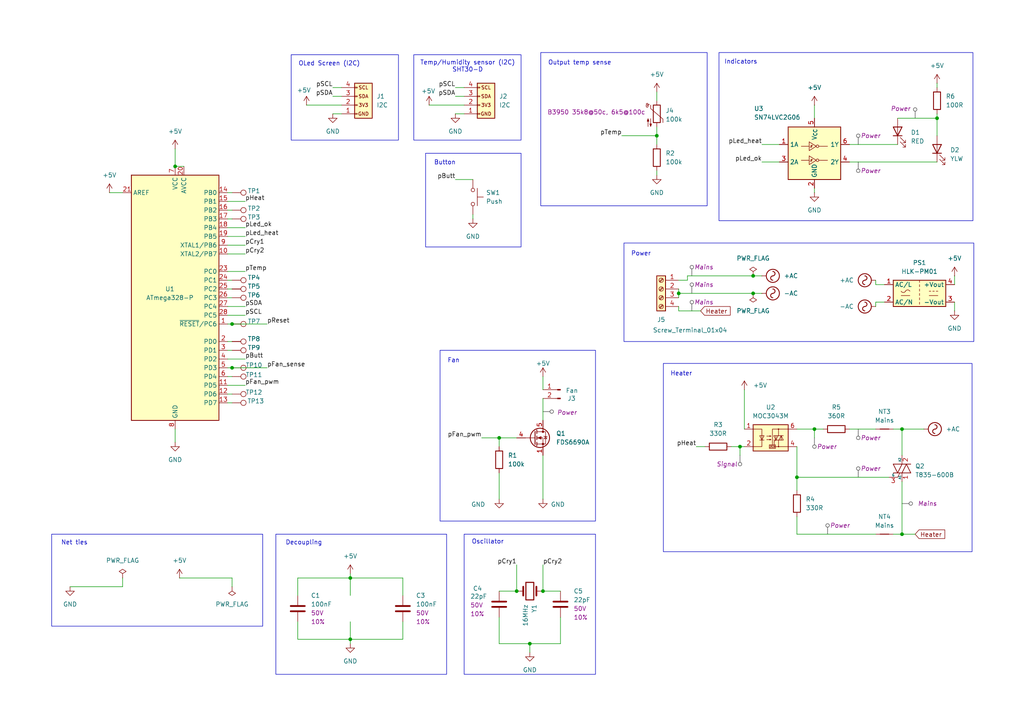
<source format=kicad_sch>
(kicad_sch (version 20231120) (generator "eeschema") (generator_version "8.0")
  (paper "A4")
  (lib_symbols
    (symbol "74xGxx:SN74LVC2G14DBV"
      (property "Reference" "U" (at 2.54 12.7 0))
      (property "Value" "SN74LVC2G14DBV" (at 2.54 10.16 0))
      (symbol "SN74LVC2G14DBV_1_1"
        (pin input line (at -10.16 2.54 0) (length 2.54) (name "1A") (number "1"))
        (pin power_in line (at 0 -10.16 90) (length 2.54) (name "GND") (number "2"))
        (pin input line (at -10.16 -2.54 0) (length 2.54) (name "2A") (number "3"))
        (pin output line (at 10.16 -2.54 180) (length 2.54) (name "2Y") (number "4"))
        (pin power_in line (at 0 10.16 270) (length 2.54) (name "V_{CC}") (number "5"))
        (pin output line (at 10.16 2.54 180) (length 2.54) (name "1Y") (number "6"))
      )
    )
    (symbol "Connector:Conn_01x02_Pin" (pin_names (offset 1.016) hide)
      (property "Reference" "J" (at 0 2.54 0))
      (property "Value" "Conn_01x02_Pin" (at 0 -5.08 0))
      (symbol "Conn_01x02_Pin_1_1"
        (pin passive line (at 5.08 0 180) (length 3.81) (name "Pin_1") (number "1"))
        (pin passive line (at 5.08 -2.54 180) (length 3.81) (name "Pin_2") (number "2"))
      )
    )
    (symbol "Connector:Screw_Terminal_01x04" (pin_names (offset 1.016) hide)
      (property "Reference" "J" (at 0 5.08 0))
      (property "Value" "Screw_Terminal_01x04" (at 0 -7.62 0))
      (symbol "Screw_Terminal_01x04_1_1"
        (pin passive line (at -5.08 2.54 0) (length 3.81) (name "Pin_1") (number "1"))
        (pin passive line (at -5.08 0 0) (length 3.81) (name "Pin_2") (number "2"))
        (pin passive line (at -5.08 -2.54 0) (length 3.81) (name "Pin_3") (number "3"))
        (pin passive line (at -5.08 -5.08 0) (length 3.81) (name "Pin_4") (number "4"))
      )
    )
    (symbol "Converter_ACDC:HLK-PM01"
      (property "Reference" "PS" (at 0 5.08 0))
      (property "Value" "HLK-PM01" (at 0 -5.08 0))
      (symbol "HLK-PM01_1_1"
        (pin power_in line (at -10.16 2.54 0) (length 2.54) (name "AC/L") (number "1"))
        (pin power_in line (at -10.16 -2.54 0) (length 2.54) (name "AC/N") (number "2"))
        (pin power_out line (at 10.16 -2.54 180) (length 2.54) (name "-Vout") (number "3"))
        (pin power_out line (at 10.16 2.54 180) (length 2.54) (name "+Vout") (number "4"))
      )
    )
    (symbol "Device:Crystal" (pin_numbers hide) (pin_names (offset 1.016) hide)
      (property "Reference" "Y" (at 0 3.81 0))
      (property "Value" "Crystal" (at 0 -3.81 0))
      (symbol "Crystal_1_1"
        (pin passive line (at -3.81 0 0) (length 1.27) (name "1") (number "1"))
        (pin passive line (at 3.81 0 180) (length 1.27) (name "2") (number "2"))
      )
    )
    (symbol "Device:NetTie_2" (pin_numbers hide) (pin_names (offset 0) hide) (in_bom no)
      (property "Reference" "NT" (at 0 1.27 0))
      (property "Value" "NetTie_2" (at 0 -1.27 0))
      (symbol "NetTie_2_1_1"
        (pin passive line (at -2.54 0 0) (length 2.54) (name "1") (number "1"))
        (pin passive line (at 2.54 0 180) (length 2.54) (name "2") (number "2"))
      )
    )
    (symbol "Device:R" (pin_numbers hide) (pin_names (offset 0))
      (property "Reference" "R" (at 2.032 0 90))
      (property "Value" "R" (at 0 0 90))
      (symbol "R_1_1"
        (pin passive line (at 0 3.81 270) (length 1.27) (name "~") (number "1"))
        (pin passive line (at 0 -3.81 90) (length 1.27) (name "~") (number "2"))
      )
    )
    (symbol "Device:Thermistor_NTC" (pin_numbers hide) (pin_names (offset 0))
      (property "Reference" "TH" (at -4.445 0 90))
      (property "Value" "Thermistor_NTC" (at 3.175 0 90))
      (symbol "Thermistor_NTC_1_1"
        (pin passive line (at 0 3.81 270) (length 1.27) (name "~") (number "1"))
        (pin passive line (at 0 -3.81 90) (length 1.27) (name "~") (number "2"))
      )
    )
    (symbol "Halojen-Symbols:FDS6690A" (pin_names hide)
      (property "Reference" "Q" (at 5.08 2.54 0))
      (property "Value" "FDS6690A" (at 5.08 0 0))
      (symbol "FDS6690A_1_1"
        (pin passive line (at 2.54 -5.08 90) (length 2.54) (name "S") (number "1"))
        (pin passive line (at 2.54 -5.08 90) (length 2.54) hide (name "S") (number "2"))
        (pin passive line (at 2.54 -5.08 90) (length 2.54) hide (name "S") (number "3"))
        (pin input line (at -5.08 0 0) (length 2.54) (name "G") (number "4"))
        (pin passive line (at 2.54 5.08 270) (length 2.54) (name "D") (number "5"))
        (pin passive line (at 2.54 5.08 270) (length 2.54) hide (name "D") (number "6"))
        (pin passive line (at 2.54 5.08 270) (length 2.54) hide (name "D") (number "7"))
        (pin passive line (at 2.54 5.08 270) (length 2.54) hide (name "D") (number "8"))
      )
    )
    (symbol "I2C_01x04_1" (pin_names (offset 1.016) hide)
      (property "Reference" "J" (at 0 5.08 0))
      (property "Value" "I2C" (at 0 -7.62 0))
      (symbol "I2C_01x04_1_1_1"
        (text "3V3" (at 1.27 -2.54 0) (effects (font (size 1 1))))
        (text "GND" (at 1.27 -5.08 0) (effects (font (size 1 1))))
        (text "SCL" (at 1.27 2.54 0) (effects (font (size 1 1))))
        (text "SDA" (at 1.27 0 0) (effects (font (size 1 1))))
        (pin passive line (at -5.08 -5.08 0) (length 3.81) (name "Pin_1") (number "1"))
        (pin passive line (at -5.08 -2.54 0) (length 3.81) (name "Pin_2") (number "2"))
        (pin passive line (at -5.08 0 0) (length 3.81) (name "Pin_3") (number "3"))
        (pin passive line (at -5.08 2.54 0) (length 3.81) (name "Pin_4") (number "4"))
      )
    )
    (symbol "MCU_Microchip_ATmega:ATmega328-P"
      (property "Reference" "U" (at -12.7 36.83 0))
      (property "Value" "ATmega328-P" (at 2.54 -36.83 0))
      (symbol "ATmega328-P_1_1"
        (pin bidirectional line (at 15.24 -7.62 180) (length 2.54) (name "~{RESET}/PC6") (number "1"))
        (pin bidirectional line (at 15.24 12.7 180) (length 2.54) (name "XTAL2/PB7") (number "10"))
        (pin bidirectional line (at 15.24 -25.4 180) (length 2.54) (name "PD5") (number "11"))
        (pin bidirectional line (at 15.24 -27.94 180) (length 2.54) (name "PD6") (number "12"))
        (pin bidirectional line (at 15.24 -30.48 180) (length 2.54) (name "PD7") (number "13"))
        (pin bidirectional line (at 15.24 30.48 180) (length 2.54) (name "PB0") (number "14"))
        (pin bidirectional line (at 15.24 27.94 180) (length 2.54) (name "PB1") (number "15"))
        (pin bidirectional line (at 15.24 25.4 180) (length 2.54) (name "PB2") (number "16"))
        (pin bidirectional line (at 15.24 22.86 180) (length 2.54) (name "PB3") (number "17"))
        (pin bidirectional line (at 15.24 20.32 180) (length 2.54) (name "PB4") (number "18"))
        (pin bidirectional line (at 15.24 17.78 180) (length 2.54) (name "PB5") (number "19"))
        (pin bidirectional line (at 15.24 -12.7 180) (length 2.54) (name "PD0") (number "2"))
        (pin power_in line (at 2.54 38.1 270) (length 2.54) (name "AVCC") (number "20"))
        (pin passive line (at -15.24 30.48 0) (length 2.54) (name "AREF") (number "21"))
        (pin passive line (at 0 -38.1 90) (length 2.54) hide (name "GND") (number "22"))
        (pin bidirectional line (at 15.24 7.62 180) (length 2.54) (name "PC0") (number "23"))
        (pin bidirectional line (at 15.24 5.08 180) (length 2.54) (name "PC1") (number "24"))
        (pin bidirectional line (at 15.24 2.54 180) (length 2.54) (name "PC2") (number "25"))
        (pin bidirectional line (at 15.24 0 180) (length 2.54) (name "PC3") (number "26"))
        (pin bidirectional line (at 15.24 -2.54 180) (length 2.54) (name "PC4") (number "27"))
        (pin bidirectional line (at 15.24 -5.08 180) (length 2.54) (name "PC5") (number "28"))
        (pin bidirectional line (at 15.24 -15.24 180) (length 2.54) (name "PD1") (number "3"))
        (pin bidirectional line (at 15.24 -17.78 180) (length 2.54) (name "PD2") (number "4"))
        (pin bidirectional line (at 15.24 -20.32 180) (length 2.54) (name "PD3") (number "5"))
        (pin bidirectional line (at 15.24 -22.86 180) (length 2.54) (name "PD4") (number "6"))
        (pin power_in line (at 0 38.1 270) (length 2.54) (name "VCC") (number "7"))
        (pin power_in line (at 0 -38.1 90) (length 2.54) (name "GND") (number "8"))
        (pin bidirectional line (at 15.24 15.24 180) (length 2.54) (name "XTAL1/PB6") (number "9"))
      )
    )
    (symbol "Relay_SolidState:MOC3043M"
      (property "Reference" "U" (at -5.08 5.08 0))
      (property "Value" "MOC3043M" (at 0 5.08 0))
      (symbol "MOC3043M_0_0"
        (text "ZCD" (at 0.508 -2.54 0) (effects (font (size 0.508 0.508))))
      )
      (symbol "MOC3043M_1_1"
        (pin passive line (at -7.62 2.54 0) (length 2.54) (name "~") (number "1"))
        (pin passive line (at -7.62 -2.54 0) (length 2.54) (name "~") (number "2"))
        (pin no_connect line (at -5.08 0 0) (length 2.54) hide (name "NC") (number "3"))
        (pin passive line (at 7.62 -2.54 180) (length 2.54) (name "~") (number "4"))
        (pin no_connect line (at 5.08 0 180) (length 2.54) hide (name "NC") (number "5"))
        (pin passive line (at 7.62 2.54 180) (length 2.54) (name "~") (number "6"))
      )
    )
    (symbol "SparkFun-Capacitor:22uF_1206_50V_10%" (pin_numbers hide) (pin_names (offset 0.254))
      (property "Reference" "C" (at 0.635 2.54 0))
      (property "Value" "22uF" (at 0.635 -2.54 0))
      (property "Voltage" "50V" (at 0 -6.35 0))
      (property "Tolerance" "10%" (at 0 -8.89 0))
      (symbol "22uF_1206_50V_10%_1_1"
        (pin passive line (at 0 3.81 270) (length 2.794) (name "~") (number "1"))
        (pin passive line (at 0 -3.81 90) (length 2.794) (name "~") (number "2"))
      )
    )
    (symbol "SparkFun-Connector:I2C_01x04" (pin_names (offset 1.016) hide)
      (property "Reference" "J" (at 0 5.08 0))
      (property "Value" "I2C" (at 0 -7.62 0))
      (symbol "I2C_01x04_1_1"
        (text "3V3" (at 1.27 -2.54 0) (effects (font (size 1 1))))
        (text "GND" (at 1.27 -5.08 0) (effects (font (size 1 1))))
        (text "SCL" (at 1.27 2.54 0) (effects (font (size 1 1))))
        (text "SDA" (at 1.27 0 0) (effects (font (size 1 1))))
        (pin passive line (at -5.08 -5.08 0) (length 3.81) (name "Pin_1") (number "1"))
        (pin passive line (at -5.08 -2.54 0) (length 3.81) (name "Pin_2") (number "2"))
        (pin passive line (at -5.08 0 0) (length 3.81) (name "Pin_3") (number "3"))
        (pin passive line (at -5.08 2.54 0) (length 3.81) (name "Pin_4") (number "4"))
      )
    )
    (symbol "SparkFun-Connector:TestPoint_PTH" (pin_numbers hide) (pin_names (offset 0.762) hide)
      (property "Reference" "TP" (at 0 5.08 0))
      (symbol "TestPoint_PTH_1_1"
        (pin passive line (at 0 0 90) (length 2.54) (name "1") (number "1"))
      )
    )
    (symbol "SparkFun-LED:LED" (pin_numbers hide) (pin_names (offset 1.016) hide)
      (property "Reference" "D" (at 0 2.54 0))
      (property "Value" "LED" (at 0 -2.54 0))
      (symbol "LED_1_1"
        (pin passive line (at -3.81 0 0) (length 2.54) (name "K") (number "1"))
        (pin passive line (at 3.81 0 180) (length 2.54) (name "A") (number "2"))
      )
    )
    (symbol "SparkFun-PowerSymbol:12V" (power) (pin_names (offset 0))
      (property "Value" "12V" (at 0 3.81 0))
      (symbol "12V_1_1"
        (pin power_in line (at 0 0 90) (length 0) hide (name "12V") (number "1"))
      )
    )
    (symbol "Switch:SW_Push" (pin_numbers hide) (pin_names (offset 1.016) hide)
      (property "Reference" "SW" (at 1.27 2.54 0))
      (property "Value" "SW_Push" (at 0 -1.524 0))
      (symbol "SW_Push_0_1"
        (pin passive line (at -5.08 0 0) (length 2.54) (name "1") (number "1"))
        (pin passive line (at 5.08 0 180) (length 2.54) (name "2") (number "2"))
      )
    )
    (symbol "TestPoint_PTH_1" (pin_numbers hide) (pin_names (offset 0.762) hide)
      (property "Reference" "TP" (at 0 5.08 0))
      (symbol "TestPoint_PTH_1_1_1"
        (pin passive line (at 0 0 90) (length 2.54) (name "1") (number "1"))
      )
    )
    (symbol "Triac_Thyristor:BTA16-600B" (pin_names (offset 0))
      (property "Reference" "Q" (at 5.08 1.905 0))
      (property "Value" "BTA16-600B" (at 5.08 0 0))
      (symbol "BTA16-600B_1_1"
        (pin passive line (at 0 -3.81 90) (length 2.54) (name "A1") (number "1"))
        (pin passive line (at 0 3.81 270) (length 2.54) (name "A2") (number "2"))
        (pin input line (at -3.81 -2.54 0) (length 2.54) (name "G") (number "3"))
      )
    )
    (symbol "power:+5V" (power) (pin_numbers hide) (pin_names (offset 0) hide)
      (property "Value" "+5V" (at 0 3.556 0))
      (symbol "+5V_1_1"
        (pin power_in line (at 0 0 90) (length 0) (name "~") (number "1"))
      )
    )
    (symbol "power:AC" (power) (pin_numbers hide) (pin_names (offset 0) hide)
      (property "Value" "AC" (at 0 6.35 0))
      (symbol "AC_1_1"
        (pin power_in line (at 0 0 90) (length 0) (name "~") (number "1"))
      )
    )
    (symbol "power:GND" (power) (pin_numbers hide) (pin_names (offset 0) hide)
      (property "Value" "GND" (at 0 -3.81 0))
      (symbol "GND_1_1"
        (pin power_in line (at 0 0 270) (length 0) (name "~") (number "1"))
      )
    )
    (symbol "power:PWR_FLAG" (power) (pin_numbers hide) (pin_names (offset 0) hide)
      (property "Value" "PWR_FLAG" (at 0 3.81 0))
      (symbol "PWR_FLAG_0_0"
        (pin power_out line (at 0 0 90) (length 0) (name "~") (number "1"))
      )
    )
    (symbol "power:VCC" (power) (pin_numbers hide) (pin_names (offset 0) hide)
      (property "Value" "VCC" (at 0 3.556 0))
      (symbol "VCC_1_1"
        (pin power_in line (at 0 0 90) (length 0) (name "~") (number "1"))
      )
    )
  )
  (junction (at 101.6 185.42))
  (junction (at 149.86 171.45))
  (junction (at 153.67 186.69))
  (junction (at 67.31 93.98))
  (junction (at 67.31 106.68))
  (junction (at 50.8 48.26))
  (junction (at 101.6 167.64))
  (junction (at 261.62 124.46))
  (junction (at 157.48 171.45))
  (junction (at 218.44 85.09))
  (junction (at 271.78 34.29))
  (junction (at 190.5 39.37))
  (junction (at 144.78 127))
  (junction (at 236.22 124.46))
  (junction (at 218.44 80.01))
  (junction (at 196.85 85.09))
  (junction (at 261.62 154.94))
  (junction (at 214.63 129.54))
  (junction (at 231.14 138.43))
  (wire (pts (xy 231.14 138.43) (xy 231.14 142.24)))
  (wire (pts (xy 236.22 55.88) (xy 236.22 54.61)))
  (wire (pts (xy 157.48 163.83) (xy 157.48 171.45)))
  (wire (pts (xy 144.78 171.45) (xy 149.86 171.45)))
  (wire (pts (xy 101.6 186.69) (xy 101.6 185.42)))
  (wire (pts (xy 124.46 30.48) (xy 134.62 30.48)))
  (wire (pts (xy 66.04 111.76) (xy 71.12 111.76)))
  (wire (pts (xy 236.22 34.29) (xy 236.22 30.48)))
  (wire (pts (xy 101.6 167.64) (xy 86.36 167.64)))
  (wire (pts (xy 66.04 60.96) (xy 67.31 60.96)))
  (wire (pts (xy 35.56 167.64) (xy 35.56 170.18)))
  (wire (pts (xy 246.38 41.91) (xy 260.35 41.91)))
  (wire (pts (xy 149.86 163.83) (xy 149.86 171.45)))
  (wire (pts (xy 220.98 46.99) (xy 226.06 46.99)))
  (wire (pts (xy 66.04 101.6) (xy 67.31 101.6)))
  (wire (pts (xy 67.31 106.68) (xy 77.47 106.68)))
  (wire (pts (xy 180.34 39.37) (xy 190.5 39.37)))
  (wire (pts (xy 271.78 24.13) (xy 271.78 25.4)))
  (wire (pts (xy 132.08 25.4) (xy 134.62 25.4)))
  (wire (pts (xy 66.04 91.44) (xy 71.12 91.44)))
  (wire (pts (xy 246.38 46.99) (xy 271.78 46.99)))
  (wire (pts (xy 153.67 189.23) (xy 153.67 186.69)))
  (wire (pts (xy 132.08 52.07) (xy 137.16 52.07)))
  (wire (pts (xy 144.78 129.54) (xy 144.78 127)))
  (wire (pts (xy 218.44 85.09) (xy 220.98 85.09)))
  (wire (pts (xy 50.8 124.46) (xy 50.8 128.27)))
  (wire (pts (xy 254 81.28) (xy 254 82.55)))
  (wire (pts (xy 196.85 90.17) (xy 203.2 90.17)))
  (wire (pts (xy 66.04 106.68) (xy 67.31 106.68)))
  (wire (pts (xy 212.09 129.54) (xy 214.63 129.54)))
  (wire (pts (xy 231.14 138.43) (xy 257.81 138.43)))
  (wire (pts (xy 231.14 129.54) (xy 231.14 138.43)))
  (wire (pts (xy 66.04 93.98) (xy 67.31 93.98)))
  (wire (pts (xy 276.86 80.01) (xy 276.86 82.55)))
  (wire (pts (xy 96.52 27.94) (xy 99.06 27.94)))
  (wire (pts (xy 196.85 85.09) (xy 196.85 86.36)))
  (wire (pts (xy 259.08 154.94) (xy 261.62 154.94)))
  (wire (pts (xy 144.78 186.69) (xy 153.67 186.69)))
  (wire (pts (xy 259.08 124.46) (xy 261.62 124.46)))
  (wire (pts (xy 199.39 80.01) (xy 199.39 81.28)))
  (wire (pts (xy 101.6 167.64) (xy 116.84 167.64)))
  (wire (pts (xy 190.5 49.53) (xy 190.5 50.8)))
  (wire (pts (xy 67.31 167.64) (xy 67.31 170.18)))
  (wire (pts (xy 101.6 185.42) (xy 116.84 185.42)))
  (wire (pts (xy 196.85 83.82) (xy 196.85 85.09)))
  (wire (pts (xy 132.08 27.94) (xy 134.62 27.94)))
  (wire (pts (xy 196.85 85.09) (xy 218.44 85.09)))
  (wire (pts (xy 261.62 124.46) (xy 267.97 124.46)))
  (wire (pts (xy 190.5 39.37) (xy 190.5 41.91)))
  (wire (pts (xy 214.63 132.08) (xy 214.63 129.54)))
  (wire (pts (xy 254 88.9) (xy 254 87.63)))
  (wire (pts (xy 144.78 127) (xy 149.86 127)))
  (wire (pts (xy 199.39 81.28) (xy 196.85 81.28)))
  (wire (pts (xy 162.56 186.69) (xy 153.67 186.69)))
  (wire (pts (xy 66.04 116.84) (xy 67.31 116.84)))
  (wire (pts (xy 199.39 80.01) (xy 218.44 80.01)))
  (wire (pts (xy 66.04 83.82) (xy 67.31 83.82)))
  (wire (pts (xy 66.04 78.74) (xy 71.12 78.74)))
  (wire (pts (xy 50.8 48.26) (xy 53.34 48.26)))
  (wire (pts (xy 67.31 93.98) (xy 77.47 93.98)))
  (wire (pts (xy 88.9 30.48) (xy 99.06 30.48)))
  (wire (pts (xy 157.48 171.45) (xy 162.56 171.45)))
  (wire (pts (xy 236.22 124.46) (xy 238.76 124.46)))
  (wire (pts (xy 66.04 88.9) (xy 71.12 88.9)))
  (wire (pts (xy 86.36 180.34) (xy 86.36 185.42)))
  (wire (pts (xy 231.14 124.46) (xy 236.22 124.46)))
  (wire (pts (xy 157.48 132.08) (xy 157.48 144.78)))
  (wire (pts (xy 66.04 99.06) (xy 67.31 99.06)))
  (wire (pts (xy 254 87.63) (xy 256.54 87.63)))
  (wire (pts (xy 276.86 87.63) (xy 276.86 90.17)))
  (wire (pts (xy 137.16 62.23) (xy 137.16 63.5)))
  (wire (pts (xy 86.36 167.64) (xy 86.36 172.72)))
  (wire (pts (xy 196.85 90.17) (xy 196.85 88.9)))
  (wire (pts (xy 66.04 114.3) (xy 67.31 114.3)))
  (wire (pts (xy 260.35 34.29) (xy 271.78 34.29)))
  (wire (pts (xy 157.48 115.57) (xy 157.48 121.92)))
  (wire (pts (xy 66.04 109.22) (xy 67.31 109.22)))
  (wire (pts (xy 271.78 33.02) (xy 271.78 34.29)))
  (wire (pts (xy 132.08 33.02) (xy 134.62 33.02)))
  (wire (pts (xy 231.14 154.94) (xy 231.14 149.86)))
  (wire (pts (xy 96.52 33.02) (xy 99.06 33.02)))
  (wire (pts (xy 261.62 139.7) (xy 261.62 154.94)))
  (wire (pts (xy 190.5 36.83) (xy 190.5 39.37)))
  (wire (pts (xy 66.04 81.28) (xy 67.31 81.28)))
  (wire (pts (xy 66.04 66.04) (xy 71.12 66.04)))
  (wire (pts (xy 66.04 63.5) (xy 67.31 63.5)))
  (wire (pts (xy 144.78 137.16) (xy 144.78 144.78)))
  (wire (pts (xy 66.04 68.58) (xy 71.12 68.58)))
  (wire (pts (xy 144.78 179.07) (xy 144.78 186.69)))
  (wire (pts (xy 66.04 71.12) (xy 71.12 71.12)))
  (wire (pts (xy 50.8 43.18) (xy 50.8 48.26)))
  (wire (pts (xy 220.98 41.91) (xy 226.06 41.91)))
  (wire (pts (xy 201.93 129.54) (xy 204.47 129.54)))
  (wire (pts (xy 261.62 132.08) (xy 261.62 124.46)))
  (wire (pts (xy 215.9 113.03) (xy 215.9 124.46)))
  (wire (pts (xy 66.04 55.88) (xy 67.31 55.88)))
  (wire (pts (xy 52.07 167.64) (xy 67.31 167.64)))
  (wire (pts (xy 190.5 26.67) (xy 190.5 29.21)))
  (wire (pts (xy 271.78 34.29) (xy 271.78 39.37)))
  (wire (pts (xy 254 82.55) (xy 256.54 82.55)))
  (wire (pts (xy 20.32 170.18) (xy 35.56 170.18)))
  (wire (pts (xy 31.75 55.88) (xy 35.56 55.88)))
  (wire (pts (xy 162.56 179.07) (xy 162.56 186.69)))
  (wire (pts (xy 157.48 109.22) (xy 157.48 113.03)))
  (wire (pts (xy 218.44 80.01) (xy 220.98 80.01)))
  (wire (pts (xy 96.52 25.4) (xy 99.06 25.4)))
  (wire (pts (xy 101.6 167.64) (xy 101.6 172.72)))
  (wire (pts (xy 116.84 180.34) (xy 116.84 185.42)))
  (wire (pts (xy 66.04 73.66) (xy 71.12 73.66)))
  (wire (pts (xy 101.6 166.37) (xy 101.6 167.64)))
  (wire (pts (xy 246.38 124.46) (xy 254 124.46)))
  (wire (pts (xy 261.62 154.94) (xy 265.43 154.94)))
  (wire (pts (xy 236.22 127) (xy 236.22 124.46)))
  (wire (pts (xy 139.7 127) (xy 144.78 127)))
  (wire (pts (xy 231.14 154.94) (xy 254 154.94)))
  (wire (pts (xy 66.04 86.36) (xy 67.31 86.36)))
  (wire (pts (xy 66.04 104.14) (xy 71.12 104.14)))
  (wire (pts (xy 116.84 167.64) (xy 116.84 172.72)))
  (wire (pts (xy 66.04 58.42) (xy 71.12 58.42)))
  (wire (pts (xy 101.6 180.34) (xy 101.6 185.42)))
  (wire (pts (xy 86.36 185.42) (xy 101.6 185.42)))
  (wire (pts (xy 214.63 129.54) (xy 215.9 129.54)))
  (rectangle (start 84.455 15.875) (end 115.57 40.64))
  (rectangle (start 123.444 44.45) (end 151.13 71.628))
  (rectangle (start 192.405 105.41) (end 281.94 160.02))
  (rectangle (start 156.845 15.24) (end 205.105 59.69))
  (rectangle (start 120.015 15.875) (end 151.13 40.64))
  (rectangle (start 208.534 15.24) (end 282.194 64.008))
  (rectangle (start 180.975 70.485) (end 282.448 99.06))
  (rectangle (start 80.01 154.94) (end 129.54 195.58))
  (rectangle (start 14.986 154.94) (end 76.2 181.61))
  (rectangle (start 127.635 101.6) (end 172.72 151.13))
  (rectangle (start 134.62 154.94) (end 172.72 195.58))
  (text "Button" (at 129.032 47.244 0) (effects (font (size 1.27 1.27))))
  (text "Power" (at 185.928 73.66 0) (effects (font (size 1.27 1.27))))
  (text "Fan" (at 131.572 104.648 0) (effects (font (size 1.27 1.27))))
  (text "Net ties" (at 21.59 157.48 0) (effects (font (size 1.27 1.27))))
  (text "OLed Screen (I2C)" (at 95.504 18.542 0) (effects (font (size 1.27 1.27))))
  (text "Decoupling" (at 88.138 157.48 0) (effects (font (size 1.27 1.27))))
  (text "Heater\n" (at 197.612 108.458 0) (effects (font (size 1.27 1.27))))
  (text "Indicators" (at 214.884 18.034 0) (effects (font (size 1.27 1.27))))
  (text "Oscillator" (at 141.478 157.226 0) (effects (font (size 1.27 1.27))))
  (text "Temp/Humidity sensor (I2C)\nSHT30-D" (at 135.636 19.304 0) (effects (font (size 1.27 1.27))))
  (text "Output temp sense" (at 168.148 18.288 0) (effects (font (size 1.27 1.27))))
  (label "pSDA" (at 96.52 27.94 180))
  (label "pLed_ok" (at 71.12 66.04 0))
  (label "pCry2" (at 157.48 163.83 0))
  (label "pCry2" (at 71.12 73.66 0))
  (label "pFan_sense" (at 77.47 106.68 0))
  (label "pCry1" (at 71.12 71.12 0))
  (label "pTemp" (at 71.12 78.74 0))
  (label "pButt" (at 71.12 104.14 0))
  (label "pSCL" (at 132.08 25.4 180))
  (label "pTemp" (at 180.34 39.37 180))
  (label "pHeat" (at 71.12 58.42 0))
  (label "pSDA" (at 132.08 27.94 180))
  (label "pSCL" (at 71.12 91.44 0))
  (label "pSDA" (at 71.12 88.9 0))
  (label "pLed_heat" (at 71.12 68.58 0))
  (label "pReset" (at 77.47 93.98 0))
  (label "pFan_pwm" (at 71.12 111.76 0))
  (label "pCry1" (at 149.86 163.83 180))
  (label "pButt" (at 132.08 52.07 180))
  (label "pLed_ok" (at 220.98 46.99 180))
  (label "pFan_pwm" (at 139.7 127 180))
  (label "pHeat" (at 201.93 129.54 180))
  (label "pSCL" (at 96.52 25.4 180))
  (label "pLed_heat" (at 220.98 41.91 180))
  (global_label "Heater" (shape input) (at 203.2 90.17 0) (property "Intersheetrefs" "${INTERSHEET_REFS}" (effects (hide yes))))
  (global_label "Heater" (shape input) (at 265.43 154.94 0) (property "Intersheetrefs" "${INTERSHEET_REFS}" (effects (hide yes))))
  (netclass_flag "" (length 2.54) (shape round) (at 265.43 34.29 0) (property "Netclass" "Power" (at 258.318 31.496 0) (effects (font (italic yes)) (justify left))))
  (netclass_flag "" (length 2.54) (shape round) (at 236.22 127 180) (property "Netclass" "Power" (at 236.9185 129.54 0) (effects (font (italic yes)) (justify left))))
  (netclass_flag "" (length 2.54) (shape round) (at 248.92 41.91 0) (property "Netclass" "Power" (at 249.6185 39.37 0) (effects (font (italic yes)) (justify left))))
  (netclass_flag "" (length 2.54) (shape round) (at 248.92 46.99 180) (property "Netclass" "Power" (at 249.6185 49.53 0) (effects (font (italic yes)) (justify left))))
  (netclass_flag "" (length 2.54) (shape round) (at 200.66 85.09 0) (property "Netclass" "Mains" (at 201.3585 82.55 0) (effects (font (italic yes)) (justify left))))
  (netclass_flag "" (length 2.54) (shape round) (at 240.03 154.94 0) (property "Netclass" "Power" (at 240.7285 152.4 0) (effects (font (italic yes)) (justify left))))
  (netclass_flag "" (length 2.54) (shape round) (at 200.66 90.17 0) (property "Netclass" "Mains" (at 201.3585 87.63 0) (effects (font (italic yes)) (justify left))))
  (netclass_flag "" (length 2.54) (shape round) (at 248.92 124.46 180) (property "Netclass" "Power" (at 249.6185 127 0) (effects (font (italic yes)) (justify left))))
  (netclass_flag "" (length 2.54) (shape round) (at 200.66 80.01 0) (property "Netclass" "Mains" (at 201.3585 77.47 0) (effects (font (italic yes)) (justify left))))
  (netclass_flag "" (length 2.54) (shape round) (at 214.63 132.08 180) (property "Netclass" "Signal" (at 213.9315 134.62 0) (effects (font (italic yes)) (justify right))))
  (netclass_flag "" (length 2.54) (shape round) (at 157.48 119.38 270) (property "Netclass" "Power" (at 167.386 119.634 0) (effects (font (italic yes)) (justify right))))
  (netclass_flag "" (length 2.54) (shape round) (at 248.92 138.43 0) (property "Netclass" "Power" (at 249.6185 135.89 0) (effects (font (italic yes)) (justify left))))
  (netclass_flag "" (length 2.54) (shape round) (at 261.62 146.05 270) (property "Netclass" "Mains" (at 266.192 146.05 0) (effects (font (italic yes)) (justify left))))
  (symbol (lib_id "power:+5V") (at 236.22 30.48 0) (unit 1)
    (property "Reference" "#PWR024" (effects (hide yes)))
    (property "Value" "+5V" (at 236.22 25.4 0))
    (property "Description" "Power symbol creates a global label with name \"+5V\"" (effects (hide yes)))
  )
  (symbol (lib_id "power:GND") (at 96.52 33.02 0) (unit 1)
    (property "Reference" "#PWR09" (effects (hide yes)))
    (property "Value" "GND" (at 96.52 38.1 0))
    (property "Description" "Power symbol creates a global label with name \"GND\" , ground" (effects (hide yes)))
  )
  (symbol (lib_id "power:PWR_FLAG") (at 218.44 85.09 180) (unit 1)
    (property "Reference" "#FLG04" (effects (hide yes)))
    (property "Value" "PWR_FLAG" (at 218.44 90.17 0))
    (property "Description" "Special symbol for telling ERC where power comes from" (effects (hide yes)))
  )
  (symbol (lib_id "SparkFun-Connector:TestPoint_PTH") (at 67.31 99.06 270) (unit 1) (in_bom no)
    (property "Reference" "TP8" (at 73.66 98.298 90))
    (property "Value" "PD0" (effects (hide yes)))
    (property "Footprint" "SparkFun-Connector:TestPoint-1.25mm" (effects (hide yes)))
    (property "Description" "Test Point" (effects (hide yes)))
  )
  (symbol (lib_id "Switch:SW_Push") (at 137.16 57.15 270) (mirror x) (unit 1)
    (property "Reference" "SW1" (at 140.97 55.8799 90) (effects (justify left)))
    (property "Value" "Push" (at 140.97 58.4199 90) (effects (justify left)))
    (property "Footprint" "Button_Switch_SMD:SW_SPST_PTS645" (effects (hide yes)))
    (property "Description" "Push button switch, generic, two pins" (effects (hide yes)))
  )
  (symbol (lib_id "power:AC") (at 254 88.9 90) (unit 1)
    (property "Reference" "#PWR027" (effects (hide yes)))
    (property "Value" "-AC" (at 247.65 88.8999 90) (effects (justify left)))
    (property "Description" "Power symbol creates a global label with name \"AC\"" (effects (hide yes)))
  )
  (symbol (lib_id "power:VCC") (at 276.86 80.01 0) (unit 1)
    (property "Reference" "#PWR030" (effects (hide yes)))
    (property "Value" "+5V" (at 276.86 74.93 0))
    (property "Description" "Power symbol creates a global label with name \"VCC\"" (effects (hide yes)))
  )
  (symbol (lib_id "SparkFun-Connector:TestPoint_PTH") (at 67.31 55.88 270) (unit 1) (in_bom no)
    (property "Reference" "TP1" (at 73.66 55.372 90))
    (property "Value" "PB0" (effects (hide yes)))
    (property "Footprint" "SparkFun-Connector:TestPoint-1.25mm" (effects (hide yes)))
    (property "Description" "Test Point" (effects (hide yes)))
  )
  (symbol (lib_id "Device:Crystal") (at 153.67 171.45 0) (unit 1)
    (property "Reference" "Y1" (at 154.9401 175.26 90) (effects (justify right)))
    (property "Value" "16MHz" (at 152.4001 175.26 90) (effects (justify right)))
    (property "Footprint" "Crystal:Crystal_HC49-U_Vertical" (effects (hide yes)))
    (property "Description" "Two pin crystal" (effects (hide yes)))
  )
  (symbol (lib_id "Converter_ACDC:HLK-PM01") (at 266.7 85.09 0) (unit 1)
    (property "Reference" "PS1" (at 266.7 76.2 0))
    (property "Value" "HLK-PM01" (at 266.7 78.74 0))
    (property "Footprint" "Converter_ACDC:Converter_ACDC_Hi-Link_HLK-PMxx" (effects (hide yes)))
    (property "Datasheet" "https://h.hlktech.com/download/ACDC%E7%94%B5%E6%BA%90%E6%A8%A1%E5%9D%973W%E7%B3%BB%E5%88%97/1/%E6%B5%B7%E5%87%8C%E7%A7%913W%E7%B3%BB%E5%88%97%E7%94%B5%E6%BA%90%E6%A8%A1%E5%9D%97%E8%A7%84%E6%A0%BC%E4%B9%A6V2.8.pdf" (effects (hide yes)))
    (property "Description" "Compact AC/DC board mount power module 3W 5V" (effects (hide yes)))
  )
  (symbol (lib_id "power:+5V") (at 31.75 55.88 0) (unit 1)
    (property "Reference" "#PWR02" (effects (hide yes)))
    (property "Value" "+5V" (at 31.75 50.8 0))
    (property "Description" "Power symbol creates a global label with name \"+5V\"" (effects (hide yes)))
  )
  (symbol (lib_id "power:PWR_FLAG") (at 218.44 80.01 0) (unit 1)
    (property "Reference" "#FLG03" (effects (hide yes)))
    (property "Value" "PWR_FLAG" (at 218.44 74.93 0))
    (property "Description" "Special symbol for telling ERC where power comes from" (effects (hide yes)))
  )
  (symbol (lib_id "Device:R") (at 208.28 129.54 90) (unit 1)
    (property "Reference" "R3" (at 208.28 123.19 90))
    (property "Value" "330R" (at 208.28 125.73 90))
    (property "Footprint" "Resistor_SMD:R_1206_3216Metric" (effects (hide yes)))
    (property "Description" "Resistor" (effects (hide yes)))
  )
  (symbol (lib_id "Connector:Screw_Terminal_01x04") (at 191.77 83.82 0) (mirror y) (unit 1)
    (property "Reference" "J5" (at 191.77 92.71 0))
    (property "Value" "Screw_Terminal_01x04" (at 200.152 95.758 0))
    (property "Footprint" "SparkFun-Connector:Screw_Terminal_3.5mm-4" (effects (hide yes)))
    (property "Description" "Generic screw terminal, single row, 01x04, script generated (kicad-library-utils/schlib/autogen/connector/)" (effects (hide yes)))
  )
  (symbol (lib_id "SparkFun-Capacitor:22uF_1206_50V_10%") (at 144.78 175.26 0) (unit 1)
    (property "Reference" "C4" (at 137.16 170.688 0) (effects (justify left)))
    (property "Value" "22pF" (at 136.398 172.974 0) (effects (justify left)))
    (property "Footprint" "Capacitor_SMD:C_1206_3216Metric" (effects (hide yes)))
    (property "Datasheet" "https://mm.digikey.com/Volume0/opasdata/d220001/medias/docus/658/CL31A106KBHNNNE_Spec.pdf" (effects (hide yes)))
    (property "Description" "Unpolarized capacitor" (effects (hide yes)))
    (property "PROD_ID" "CAP-15263" (effects (hide yes)))
    (property "Voltage" "50V" (at 136.398 175.514 0) (effects (justify left)))
    (property "Tolerance" "10%" (at 136.398 178.054 0) (effects (justify left)))
  )
  (symbol (lib_id "Relay_SolidState:MOC3043M") (at 223.52 127 0) (unit 1)
    (property "Reference" "U2" (at 223.52 118.11 0))
    (property "Value" "MOC3043M" (at 223.52 120.65 0))
    (property "Footprint" "Package_DIP:SMDIP-6_W9.53mm" (effects (hide yes)))
    (property "Datasheet" "https://www.onsemi.com/pub/Collateral/MOC3043M-D.pdf" (effects (hide yes)))
    (property "Description" "Zero Cross Opto-Triac, Vdrm 400V, Ift 5mA, DIP6" (effects (hide yes)))
  )
  (symbol (lib_id "SparkFun-Capacitor:22uF_1206_50V_10%") (at 86.36 176.53 0) (unit 1)
    (property "Reference" "C1" (at 90.17 172.7199 0) (effects (justify left)))
    (property "Value" "100nF" (at 90.17 175.2599 0) (effects (justify left)))
    (property "Footprint" "Capacitor_SMD:C_1206_3216Metric" (effects (hide yes)))
    (property "Datasheet" "https://mm.digikey.com/Volume0/opasdata/d220001/medias/docus/658/CL31A106KBHNNNE_Spec.pdf" (effects (hide yes)))
    (property "Description" "Unpolarized capacitor" (effects (hide yes)))
    (property "PROD_ID" "CAP-15263" (effects (hide yes)))
    (property "Voltage" "50V" (at 90.17 177.7999 0) (effects (justify left)))
    (property "Tolerance" "10%" (at 90.17 180.3399 0) (effects (justify left)))
  )
  (symbol (lib_id "Device:R") (at 242.57 124.46 90) (unit 1)
    (property "Reference" "R5" (at 242.57 118.11 90))
    (property "Value" "360R" (at 242.57 120.65 90))
    (property "Footprint" "Resistor_SMD:R_1206_3216Metric" (effects (hide yes)))
    (property "Description" "Resistor" (effects (hide yes)))
  )
  (symbol (lib_id "power:PWR_FLAG") (at 67.31 170.18 180) (unit 1)
    (property "Reference" "#FLG02" (effects (hide yes)))
    (property "Value" "PWR_FLAG" (at 67.31 175.26 0))
    (property "Description" "Special symbol for telling ERC where power comes from" (effects (hide yes)))
  )
  (symbol (lib_id "SparkFun-Capacitor:22uF_1206_50V_10%") (at 162.56 175.26 180) (unit 1)
    (property "Reference" "C5" (at 166.37 171.4499 0) (effects (justify right)))
    (property "Value" "22pF" (at 166.37 173.9899 0) (effects (justify right)))
    (property "Footprint" "Capacitor_SMD:C_1206_3216Metric" (effects (hide yes)))
    (property "Datasheet" "https://mm.digikey.com/Volume0/opasdata/d220001/medias/docus/658/CL31A106KBHNNNE_Spec.pdf" (effects (hide yes)))
    (property "Description" "Unpolarized capacitor" (effects (hide yes)))
    (property "PROD_ID" "CAP-15263" (effects (hide yes)))
    (property "Voltage" "50V" (at 166.37 176.5299 0) (effects (justify right)))
    (property "Tolerance" "10%" (at 166.37 179.0699 0) (effects (justify right)))
  )
  (symbol (lib_id "power:+5V") (at 271.78 24.13 0) (unit 1)
    (property "Reference" "#PWR029" (effects (hide yes)))
    (property "Value" "+5V" (at 271.78 19.05 0))
    (property "Description" "Power symbol creates a global label with name \"+5V\"" (effects (hide yes)))
  )
  (symbol (lib_name "I2C_01x04_1") (lib_id "SparkFun-Connector:I2C_01x04") (at 139.7 27.94 0) (unit 1)
    (property "Reference" "J2" (at 144.78 27.9399 0) (effects (justify left)))
    (property "Value" "I2C" (at 144.78 30.4799 0) (effects (justify left)))
    (property "Footprint" "Connector_JST:JST_XH_B4B-XH-A_1x04_P2.50mm_Vertical" (effects (hide yes)))
    (property "Description" "Coomon 4 pin PTH connector for I2C" (effects (hide yes)))
  )
  (symbol (lib_id "SparkFun-Connector:TestPoint_PTH") (at 67.31 109.22 270) (unit 1) (in_bom no)
    (property "Reference" "TP11" (at 73.66 108.712 90))
    (property "Value" "PD4" (effects (hide yes)))
    (property "Footprint" "SparkFun-Connector:TestPoint-1.25mm" (effects (hide yes)))
    (property "Description" "Test Point" (effects (hide yes)))
  )
  (symbol (lib_id "power:PWR_FLAG") (at 35.56 167.64 0) (unit 1)
    (property "Reference" "#FLG01" (effects (hide yes)))
    (property "Value" "PWR_FLAG" (at 35.56 162.56 0))
    (property "Description" "Special symbol for telling ERC where power comes from" (effects (hide yes)))
  )
  (symbol (lib_id "power:+5V") (at 190.5 26.67 0) (unit 1)
    (property "Reference" "#PWR019" (effects (hide yes)))
    (property "Value" "+5V" (at 190.5 21.59 0))
    (property "Description" "Power symbol creates a global label with name \"+5V\"" (effects (hide yes)))
  )
  (symbol (lib_id "power:GND") (at 20.32 170.18 0) (unit 1)
    (property "Reference" "#PWR01" (effects (hide yes)))
    (property "Value" "GND" (at 20.32 175.26 0))
    (property "Description" "Power symbol creates a global label with name \"GND\" , ground" (effects (hide yes)))
  )
  (symbol (lib_id "power:GND") (at 153.67 189.23 0) (unit 1)
    (property "Reference" "#PWR016" (effects (hide yes)))
    (property "Value" "GND" (at 153.67 194.31 0))
    (property "Description" "Power symbol creates a global label with name \"GND\" , ground" (effects (hide yes)))
  )
  (symbol (lib_id "SparkFun-Connector:TestPoint_PTH") (at 67.31 83.82 270) (unit 1) (in_bom no)
    (property "Reference" "TP5" (at 73.66 83.058 90))
    (property "Value" "PC2" (effects (hide yes)))
    (property "Footprint" "SparkFun-Connector:TestPoint-1.25mm" (effects (hide yes)))
    (property "Description" "Test Point" (effects (hide yes)))
  )
  (symbol (lib_id "power:GND") (at 50.8 128.27 0) (unit 1)
    (property "Reference" "#PWR05" (effects (hide yes)))
    (property "Value" "GND" (at 50.8 133.35 0))
    (property "Description" "Power symbol creates a global label with name \"GND\" , ground" (effects (hide yes)))
  )
  (symbol (lib_id "SparkFun-PowerSymbol:12V") (at 157.48 109.22 0) (mirror y) (unit 1)
    (property "Reference" "#PWR017" (effects (hide yes)))
    (property "Value" "+5V" (at 157.48 105.41 0))
    (property "Description" "Power symbol creates a global label with name \"12V\"" (effects (hide yes)))
  )
  (symbol (lib_id "power:GND") (at 132.08 33.02 0) (unit 1)
    (property "Reference" "#PWR013" (effects (hide yes)))
    (property "Value" "GND" (at 132.08 38.1 0))
    (property "Description" "Power symbol creates a global label with name \"GND\" , ground" (effects (hide yes)))
  )
  (symbol (lib_id "MCU_Microchip_ATmega:ATmega328-P") (at 50.8 86.36 0) (unit 1)
    (property "Reference" "U1" (at 49.276 83.82 0))
    (property "Value" "ATmega328-P" (at 49.276 86.36 0))
    (property "Footprint" "Package_DIP:DIP-28_W7.62mm_Socket_LongPads" (effects (hide yes)))
    (property "Datasheet" "http://ww1.microchip.com/downloads/en/DeviceDoc/ATmega328_P%20AVR%20MCU%20with%20picoPower%20Technology%20Data%20Sheet%2040001984A.pdf" (effects (hide yes)))
    (property "Description" "20MHz, 32kB Flash, 2kB SRAM, 1kB EEPROM, DIP-28" (effects (hide yes)))
  )
  (symbol (lib_id "Device:NetTie_2") (at 256.54 124.46 0) (unit 1) (in_bom no)
    (property "Reference" "NT3" (at 256.54 119.38 0))
    (property "Value" "Mains" (at 256.54 121.92 0))
    (property "Footprint" "Halojen-Footprints:NetTie-2_SMD_Pad0.2x2.5mm" (effects (hide yes)))
    (property "Description" "Net tie, 2 pins" (effects (hide yes)))
  )
  (symbol (lib_id "Halojen-Symbols:FDS6690A") (at 154.94 127 0) (unit 1)
    (property "Reference" "Q1" (at 161.29 125.7299 0) (effects (justify left)))
    (property "Value" "FDS6690A" (at 161.29 128.2699 0) (effects (justify left)))
    (property "Footprint" "Package_SO:SOIC-8_3.9x4.9mm_P1.27mm" (effects (hide yes)))
    (property "Description" "11A, 30V, N-Channel Logic Level MOSFET, SO-8" (effects (hide yes)))
  )
  (symbol (lib_id "power:GND") (at 144.78 144.78 0) (unit 1)
    (property "Reference" "#PWR015" (effects (hide yes)))
    (property "Value" "GND" (at 136.652 146.304 0) (effects (justify left)))
    (property "Description" "Power symbol creates a global label with name \"GND\" , ground" (effects (hide yes)))
  )
  (symbol (lib_id "Device:Thermistor_NTC") (at 190.5 33.02 0) (unit 1)
    (property "Reference" "J4" (at 193.04 32.0674 0) (effects (justify left)))
    (property "Value" "100k" (at 193.04 34.6074 0) (effects (justify left)))
    (property "Footprint" "Connector_JST:JST_XH_B2B-XH-A_1x02_P2.50mm_Vertical" (effects (hide yes)))
    (property "Description" "Temperature dependent resistor, negative temperature coefficient" (effects (hide yes)))
    (property "Notes" "B3950 35k8@50c, 6k5@100c" (at 172.974 32.512 0))
  )
  (symbol (lib_id "Device:R") (at 190.5 45.72 0) (unit 1)
    (property "Reference" "R2" (at 193.04 44.4499 0) (effects (justify left)))
    (property "Value" "100k" (at 193.04 46.9899 0) (effects (justify left)))
    (property "Footprint" "Resistor_SMD:R_1206_3216Metric" (effects (hide yes)))
    (property "Description" "Resistor" (effects (hide yes)))
  )
  (symbol (lib_id "SparkFun-Connector:TestPoint_PTH") (at 67.31 116.84 270) (unit 1) (in_bom no)
    (property "Reference" "TP13" (at 74.168 116.332 90))
    (property "Value" "PD7" (effects (hide yes)))
    (property "Footprint" "SparkFun-Connector:TestPoint-1.25mm" (effects (hide yes)))
    (property "Description" "Test Point" (effects (hide yes)))
  )
  (symbol (lib_name "TestPoint_PTH_1") (lib_id "SparkFun-Connector:TestPoint_PTH") (at 67.31 81.28 270) (unit 1) (in_bom no)
    (property "Reference" "TP4" (at 73.66 80.518 90))
    (property "Value" "PC1" (effects (hide yes)))
    (property "Footprint" "SparkFun-Connector:TestPoint-1.25mm" (effects (hide yes)))
    (property "Description" "Test Point" (effects (hide yes)))
  )
  (symbol (lib_id "power:GND") (at 157.48 144.78 0) (mirror y) (unit 1)
    (property "Reference" "#PWR018" (effects (hide yes)))
    (property "Value" "GND" (at 161.798 146.304 0))
    (property "Description" "Power symbol creates a global label with name \"GND\" , ground" (effects (hide yes)))
  )
  (symbol (lib_id "power:AC") (at 267.97 124.46 270) (unit 1)
    (property "Reference" "#PWR028" (effects (hide yes)))
    (property "Value" "+AC" (at 274.32 124.4599 90) (effects (justify left)))
    (property "Description" "Power symbol creates a global label with name \"AC\"" (effects (hide yes)))
  )
  (symbol (lib_id "power:AC") (at 220.98 80.01 270) (unit 1)
    (property "Reference" "#PWR022" (effects (hide yes)))
    (property "Value" "+AC" (at 227.33 80.0099 90) (effects (justify left)))
    (property "Description" "Power symbol creates a global label with name \"AC\"" (effects (hide yes)))
  )
  (symbol (lib_id "SparkFun-Connector:TestPoint_PTH") (at 67.31 93.98 270) (unit 1) (in_bom no)
    (property "Reference" "TP7" (at 73.66 93.218 90))
    (property "Value" "PC6" (effects (hide yes)))
    (property "Footprint" "SparkFun-Connector:TestPoint-1.25mm" (effects (hide yes)))
    (property "Description" "Test Point" (effects (hide yes)))
  )
  (symbol (lib_id "SparkFun-Capacitor:22uF_1206_50V_10%") (at 116.84 176.53 0) (unit 1)
    (property "Reference" "C3" (at 120.65 172.7199 0) (effects (justify left)))
    (property "Value" "100nF" (at 120.65 175.2599 0) (effects (justify left)))
    (property "Footprint" "Capacitor_SMD:C_1206_3216Metric" (effects (hide yes)))
    (property "Datasheet" "https://mm.digikey.com/Volume0/opasdata/d220001/medias/docus/658/CL31A106KBHNNNE_Spec.pdf" (effects (hide yes)))
    (property "Description" "Unpolarized capacitor" (effects (hide yes)))
    (property "PROD_ID" "CAP-15263" (effects (hide yes)))
    (property "Voltage" "50V" (at 120.65 177.7999 0) (effects (justify left)))
    (property "Tolerance" "10%" (at 120.65 180.3399 0) (effects (justify left)))
  )
  (symbol (lib_id "Device:R") (at 231.14 146.05 180) (unit 1)
    (property "Reference" "R4" (at 233.68 144.7799 0) (effects (justify right)))
    (property "Value" "330R" (at 233.68 147.3199 0) (effects (justify right)))
    (property "Footprint" "Resistor_SMD:R_1206_3216Metric" (effects (hide yes)))
    (property "Description" "Resistor" (effects (hide yes)))
  )
  (symbol (lib_id "Device:R") (at 271.78 29.21 0) (unit 1)
    (property "Reference" "R6" (at 274.32 27.9399 0) (effects (justify left)))
    (property "Value" "100R" (at 274.32 30.4799 0) (effects (justify left)))
    (property "Footprint" "Resistor_SMD:R_1206_3216Metric" (effects (hide yes)))
    (property "Description" "Resistor" (effects (hide yes)))
  )
  (symbol (lib_id "Device:NetTie_2") (at 256.54 154.94 0) (unit 1) (in_bom no)
    (property "Reference" "NT4" (at 256.54 149.86 0))
    (property "Value" "Mains" (at 256.54 152.4 0))
    (property "Footprint" "Halojen-Footprints:NetTie-2_SMD_Pad0.2x2.5mm" (effects (hide yes)))
    (property "Description" "Net tie, 2 pins" (effects (hide yes)))
  )
  (symbol (lib_id "Triac_Thyristor:BTA16-600B") (at 261.62 135.89 0) (unit 1)
    (property "Reference" "Q2" (at 265.43 135.2041 0) (effects (justify left)))
    (property "Value" "T835-600B" (at 265.43 137.7441 0) (effects (justify left)))
    (property "Footprint" "Package_TO_SOT_SMD:TO-252-2" (effects (hide yes)))
    (property "Datasheet" "https://www.st.com/resource/en/datasheet/bta16.pdf" (effects (hide yes)))
    (property "Description" "8A RMS, 600V Off-State Voltage, 50mA Sensitivity, Insulated, Triac, TO-220" (effects (hide yes)))
  )
  (symbol (lib_id "power:AC") (at 220.98 85.09 270) (unit 1)
    (property "Reference" "#PWR023" (effects (hide yes)))
    (property "Value" "-AC" (at 227.33 85.0899 90) (effects (justify left)))
    (property "Description" "Power symbol creates a global label with name \"AC\"" (effects (hide yes)))
  )
  (symbol (lib_id "SparkFun-Connector:TestPoint_PTH") (at 67.31 63.5 270) (unit 1) (in_bom no)
    (property "Reference" "TP3" (at 73.66 62.992 90))
    (property "Value" "PB3" (effects (hide yes)))
    (property "Footprint" "SparkFun-Connector:TestPoint-1.25mm" (effects (hide yes)))
    (property "Description" "Test Point" (effects (hide yes)))
  )
  (symbol (lib_id "power:+5V") (at 101.6 166.37 0) (unit 1)
    (property "Reference" "#PWR010" (effects (hide yes)))
    (property "Value" "+5V" (at 101.6 161.29 0))
    (property "Description" "Power symbol creates a global label with name \"+5V\"" (effects (hide yes)))
  )
  (symbol (lib_id "power:GND") (at 190.5 50.8 0) (unit 1)
    (property "Reference" "#PWR020" (effects (hide yes)))
    (property "Value" "GND" (at 190.5 55.88 0))
    (property "Description" "Power symbol creates a global label with name \"GND\" , ground" (effects (hide yes)))
  )
  (symbol (lib_id "SparkFun-Connector:TestPoint_PTH") (at 67.31 60.96 270) (unit 1) (in_bom no)
    (property "Reference" "TP2" (at 73.66 60.452 90))
    (property "Value" "PB2" (effects (hide yes)))
    (property "Footprint" "SparkFun-Connector:TestPoint-1.25mm" (effects (hide yes)))
    (property "Description" "Test Point" (effects (hide yes)))
  )
  (symbol (lib_id "power:AC") (at 254 81.28 90) (unit 1)
    (property "Reference" "#PWR026" (effects (hide yes)))
    (property "Value" "+AC" (at 247.65 81.2799 90) (effects (justify left)))
    (property "Description" "Power symbol creates a global label with name \"AC\"" (effects (hide yes)))
  )
  (symbol (lib_id "74xGxx:SN74LVC2G14DBV") (at 236.22 44.45 0) (unit 1)
    (property "Reference" "U3" (at 218.694 31.496 0) (effects (justify left)))
    (property "Value" "SN74LVC2G06" (at 218.694 34.036 0) (effects (justify left)))
    (property "Footprint" "Package_TO_SOT_SMD:SOT-23-6" (effects (hide yes)))
    (property "Datasheet" "https://www.ti.com/lit/ds/symlink/sn74lvc2g14.pdf" (effects (hide yes)))
    (property "Description" "Dual schmitt inverter, VCC from 1.65 to 5.5 V, SOT-23" (effects (hide yes)))
  )
  (symbol (lib_id "SparkFun-Connector:I2C_01x04") (at 104.14 27.94 0) (unit 1)
    (property "Reference" "J1" (at 109.22 27.9399 0) (effects (justify left)))
    (property "Value" "I2C" (at 109.22 30.4799 0) (effects (justify left)))
    (property "Footprint" "Connector_JST:JST_XH_B4B-XH-A_1x04_P2.50mm_Vertical" (effects (hide yes)))
    (property "Description" "Coomon 4 pin PTH connector for I2C" (effects (hide yes)))
  )
  (symbol (lib_id "power:GND") (at 101.6 186.69 0) (unit 1)
    (property "Reference" "#PWR011" (effects (hide yes)))
    (property "Value" "GND" (at 101.6 191.77 0))
    (property "Description" "Power symbol creates a global label with name \"GND\" , ground" (effects (hide yes)))
  )
  (symbol (lib_id "power:GND") (at 276.86 90.17 0) (unit 1)
    (property "Reference" "#PWR031" (effects (hide yes)))
    (property "Value" "GND" (at 276.86 95.25 0))
    (property "Description" "Power symbol creates a global label with name \"GND\" , ground" (effects (hide yes)))
  )
  (symbol (lib_id "SparkFun-Connector:TestPoint_PTH") (at 67.31 106.68 270) (unit 1) (in_bom no)
    (property "Reference" "TP10" (at 73.66 105.918 90))
    (property "Value" "PD3" (effects (hide yes)))
    (property "Footprint" "SparkFun-Connector:TestPoint-1.25mm" (effects (hide yes)))
    (property "Description" "Test Point" (effects (hide yes)))
  )
  (symbol (lib_id "power:+5V") (at 88.9 30.48 0) (unit 1)
    (property "Reference" "#PWR08" (effects (hide yes)))
    (property "Value" "+5V" (at 88.138 26.162 0))
    (property "Description" "Power symbol creates a global label with name \"+5V\"" (effects (hide yes)))
  )
  (symbol (lib_id "SparkFun-LED:LED") (at 260.35 38.1 90) (unit 1)
    (property "Reference" "D1" (at 264.16 38.4174 90) (effects (justify right)))
    (property "Value" "RED" (at 264.16 40.9574 90) (effects (justify right)))
    (property "Footprint" "LED_SMD:LED_1206_3216Metric" (effects (hide yes)))
    (property "Description" "Light emitting diode" (effects (hide yes)))
    (property "PROD_ID" "LED-" (effects (hide yes)))
  )
  (symbol (lib_id "power:VCC") (at 215.9 113.03 0) (unit 1)
    (property "Reference" "#PWR021" (effects (hide yes)))
    (property "Value" "+5V" (at 218.44 111.7599 0) (effects (justify left)))
    (property "Description" "Power symbol creates a global label with name \"VCC\"" (effects (hide yes)))
  )
  (symbol (lib_id "power:+5V") (at 52.07 167.64 0) (unit 1)
    (property "Reference" "#PWR06" (effects (hide yes)))
    (property "Value" "+5V" (at 52.07 162.56 0))
    (property "Description" "Power symbol creates a global label with name \"+5V\"" (effects (hide yes)))
  )
  (symbol (lib_id "power:+5V") (at 124.46 30.48 0) (unit 1)
    (property "Reference" "#PWR012" (effects (hide yes)))
    (property "Value" "+5V" (at 122.174 26.416 0) (effects (justify left)))
    (property "Description" "Power symbol creates a global label with name \"+5V\"" (effects (hide yes)))
  )
  (symbol (lib_id "SparkFun-Connector:TestPoint_PTH") (at 67.31 86.36 270) (unit 1) (in_bom no)
    (property "Reference" "TP6" (at 73.66 85.598 90))
    (property "Value" "PC3" (effects (hide yes)))
    (property "Footprint" "SparkFun-Connector:TestPoint-1.25mm" (effects (hide yes)))
    (property "Description" "Test Point" (effects (hide yes)))
  )
  (symbol (lib_id "power:+5V") (at 50.8 43.18 0) (unit 1)
    (property "Reference" "#PWR04" (effects (hide yes)))
    (property "Value" "+5V" (at 50.8 38.1 0))
    (property "Description" "Power symbol creates a global label with name \"+5V\"" (effects (hide yes)))
  )
  (symbol (lib_id "Connector:Conn_01x02_Pin") (at 162.56 113.03 0) (mirror y) (unit 1)
    (property "Reference" "J3" (at 164.592 115.57 0) (effects (justify right)))
    (property "Value" "Fan" (at 164.084 113.284 0) (effects (justify right)))
    (property "Footprint" "Connector_JST:JST_XH_B2B-XH-A_1x02_P2.50mm_Vertical" (effects (hide yes)))
    (property "Description" "Generic connector, single row, 01x02, script generated" (effects (hide yes)))
  )
  (symbol (lib_id "power:GND") (at 137.16 63.5 0) (unit 1)
    (property "Reference" "#PWR014" (effects (hide yes)))
    (property "Value" "GND" (at 137.16 68.58 0))
    (property "Description" "Power symbol creates a global label with name \"GND\" , ground" (effects (hide yes)))
  )
  (symbol (lib_id "SparkFun-Connector:TestPoint_PTH") (at 67.31 114.3 270) (unit 1) (in_bom no)
    (property "Reference" "TP12" (at 73.66 113.792 90))
    (property "Value" "PD6" (effects (hide yes)))
    (property "Footprint" "SparkFun-Connector:TestPoint-1.25mm" (effects (hide yes)))
    (property "Description" "Test Point" (effects (hide yes)))
  )
  (symbol (lib_id "Device:R") (at 144.78 133.35 0) (unit 1)
    (property "Reference" "R1" (at 147.32 132.0799 0) (effects (justify left)))
    (property "Value" "100k" (at 147.32 134.6199 0) (effects (justify left)))
    (property "Footprint" "Resistor_SMD:R_1206_3216Metric" (effects (hide yes)))
    (property "Description" "Resistor" (effects (hide yes)))
  )
  (symbol (lib_id "SparkFun-Connector:TestPoint_PTH") (at 67.31 101.6 270) (unit 1) (in_bom no)
    (property "Reference" "TP9" (at 73.66 100.838 90))
    (property "Value" "PD1" (effects (hide yes)))
    (property "Footprint" "SparkFun-Connector:TestPoint-1.25mm" (effects (hide yes)))
    (property "Description" "Test Point" (effects (hide yes)))
  )
  (symbol (lib_id "SparkFun-LED:LED") (at 271.78 43.18 90) (unit 1)
    (property "Reference" "D2" (at 275.59 43.4974 90) (effects (justify right)))
    (property "Value" "YLW" (at 275.59 46.0374 90) (effects (justify right)))
    (property "Footprint" "LED_SMD:LED_1206_3216Metric" (effects (hide yes)))
    (property "Description" "Light emitting diode" (effects (hide yes)))
    (property "PROD_ID" "LED-" (effects (hide yes)))
  )
  (symbol (lib_id "power:GND") (at 236.22 55.88 0) (unit 1)
    (property "Reference" "#PWR025" (effects (hide yes)))
    (property "Value" "GND" (at 236.22 60.96 0))
    (property "Description" "Power symbol creates a global label with name \"GND\" , ground" (effects (hide yes)))
  )
)
</source>
